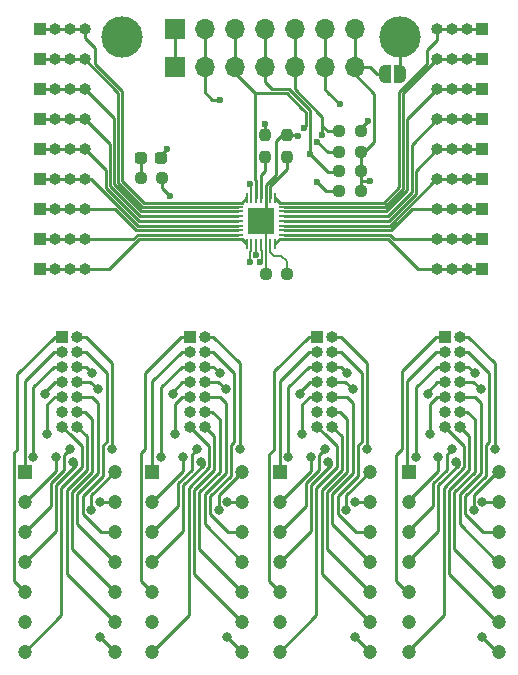
<source format=gbr>
%TF.GenerationSoftware,KiCad,Pcbnew,(6.0.10)*%
%TF.CreationDate,2023-01-31T16:55:14+01:00*%
%TF.ProjectId,LTP-305_dev_board,4c54502d-3330-4355-9f64-65765f626f61,rev?*%
%TF.SameCoordinates,Original*%
%TF.FileFunction,Copper,L1,Top*%
%TF.FilePolarity,Positive*%
%FSLAX46Y46*%
G04 Gerber Fmt 4.6, Leading zero omitted, Abs format (unit mm)*
G04 Created by KiCad (PCBNEW (6.0.10)) date 2023-01-31 16:55:14*
%MOMM*%
%LPD*%
G01*
G04 APERTURE LIST*
G04 Aperture macros list*
%AMRoundRect*
0 Rectangle with rounded corners*
0 $1 Rounding radius*
0 $2 $3 $4 $5 $6 $7 $8 $9 X,Y pos of 4 corners*
0 Add a 4 corners polygon primitive as box body*
4,1,4,$2,$3,$4,$5,$6,$7,$8,$9,$2,$3,0*
0 Add four circle primitives for the rounded corners*
1,1,$1+$1,$2,$3*
1,1,$1+$1,$4,$5*
1,1,$1+$1,$6,$7*
1,1,$1+$1,$8,$9*
0 Add four rect primitives between the rounded corners*
20,1,$1+$1,$2,$3,$4,$5,0*
20,1,$1+$1,$4,$5,$6,$7,0*
20,1,$1+$1,$6,$7,$8,$9,0*
20,1,$1+$1,$8,$9,$2,$3,0*%
%AMFreePoly0*
4,1,22,0.500000,-0.750000,0.000000,-0.750000,0.000000,-0.745033,-0.079941,-0.743568,-0.215256,-0.701293,-0.333266,-0.622738,-0.424486,-0.514219,-0.481581,-0.384460,-0.499164,-0.250000,-0.500000,-0.250000,-0.500000,0.250000,-0.499164,0.250000,-0.499963,0.256109,-0.478152,0.396186,-0.417904,0.524511,-0.324060,0.630769,-0.204165,0.706417,-0.067858,0.745374,0.000000,0.744959,0.000000,0.750000,
0.500000,0.750000,0.500000,-0.750000,0.500000,-0.750000,$1*%
%AMFreePoly1*
4,1,20,0.000000,0.744959,0.073905,0.744508,0.209726,0.703889,0.328688,0.626782,0.421226,0.519385,0.479903,0.390333,0.500000,0.250000,0.500000,-0.250000,0.499851,-0.262216,0.476331,-0.402017,0.414519,-0.529596,0.319384,-0.634700,0.198574,-0.708877,0.061801,-0.746166,0.000000,-0.745033,0.000000,-0.750000,-0.500000,-0.750000,-0.500000,0.750000,0.000000,0.750000,0.000000,0.744959,
0.000000,0.744959,$1*%
G04 Aperture macros list end*
%TA.AperFunction,ComponentPad*%
%ADD10R,1.200000X1.200000*%
%TD*%
%TA.AperFunction,ComponentPad*%
%ADD11C,1.200000*%
%TD*%
%TA.AperFunction,SMDPad,CuDef*%
%ADD12RoundRect,0.237500X0.250000X0.237500X-0.250000X0.237500X-0.250000X-0.237500X0.250000X-0.237500X0*%
%TD*%
%TA.AperFunction,ComponentPad*%
%ADD13R,1.700000X1.700000*%
%TD*%
%TA.AperFunction,ComponentPad*%
%ADD14O,1.700000X1.700000*%
%TD*%
%TA.AperFunction,ComponentPad*%
%ADD15R,1.000000X1.000000*%
%TD*%
%TA.AperFunction,ComponentPad*%
%ADD16O,1.000000X1.000000*%
%TD*%
%TA.AperFunction,ComponentPad*%
%ADD17C,3.500000*%
%TD*%
%TA.AperFunction,SMDPad,CuDef*%
%ADD18RoundRect,0.237500X-0.250000X-0.237500X0.250000X-0.237500X0.250000X0.237500X-0.250000X0.237500X0*%
%TD*%
%TA.AperFunction,SMDPad,CuDef*%
%ADD19RoundRect,0.237500X0.237500X-0.250000X0.237500X0.250000X-0.237500X0.250000X-0.237500X-0.250000X0*%
%TD*%
%TA.AperFunction,SMDPad,CuDef*%
%ADD20FreePoly0,0.000000*%
%TD*%
%TA.AperFunction,SMDPad,CuDef*%
%ADD21FreePoly1,0.000000*%
%TD*%
%TA.AperFunction,SMDPad,CuDef*%
%ADD22RoundRect,0.050000X0.050000X-0.362500X0.050000X0.362500X-0.050000X0.362500X-0.050000X-0.362500X0*%
%TD*%
%TA.AperFunction,SMDPad,CuDef*%
%ADD23RoundRect,0.050000X0.362500X-0.050000X0.362500X0.050000X-0.362500X0.050000X-0.362500X-0.050000X0*%
%TD*%
%TA.AperFunction,SMDPad,CuDef*%
%ADD24R,2.300000X2.300000*%
%TD*%
%TA.AperFunction,SMDPad,CuDef*%
%ADD25RoundRect,0.237500X0.287500X0.237500X-0.287500X0.237500X-0.287500X-0.237500X0.287500X-0.237500X0*%
%TD*%
%TA.AperFunction,ViaPad*%
%ADD26C,0.600000*%
%TD*%
%TA.AperFunction,ViaPad*%
%ADD27C,0.800000*%
%TD*%
%TA.AperFunction,Conductor*%
%ADD28C,0.250000*%
%TD*%
%TA.AperFunction,Conductor*%
%ADD29C,0.160000*%
%TD*%
G04 APERTURE END LIST*
D10*
%TO.P,DS4,1,ANODE_COLUMN_2*%
%TO.N,Net-(DS4-Pad1)*%
X161417000Y-83820000D03*
D11*
%TO.P,DS4,2,CATHODE_ROW_1*%
%TO.N,Net-(DS4-Pad2)*%
X161417000Y-86360000D03*
%TO.P,DS4,3,CATHODE_ROW_3*%
%TO.N,Net-(DS4-Pad3)*%
X161417000Y-88900000D03*
%TO.P,DS4,4,CATHODE_ROW_4*%
%TO.N,Net-(DS4-Pad4)*%
X161417000Y-91440000D03*
%TO.P,DS4,5,ANODE_COLUMN_1*%
%TO.N,Net-(DS4-Pad5)*%
X161417000Y-93980000D03*
%TO.P,DS4,6,NO_PIN*%
%TO.N,unconnected-(DS4-Pad6)*%
X161417000Y-96520000D03*
%TO.P,DS4,7,ANODE_DECIMAL_POINT*%
%TO.N,Net-(DS4-Pad7)*%
X161417000Y-99060000D03*
%TO.P,DS4,8,ANODE_COLUMN_3*%
%TO.N,Net-(DS4-Pad8)*%
X169037000Y-99060000D03*
%TO.P,DS4,9,CATHODE_ROW_7*%
%TO.N,Net-(DS4-Pad9)*%
X169037000Y-96520000D03*
%TO.P,DS4,10,CATHODE_ROW_6*%
%TO.N,Net-(DS4-Pad10)*%
X169037000Y-93980000D03*
%TO.P,DS4,11,CATHODE__ROW_5*%
%TO.N,Net-(DS4-Pad11)*%
X169037000Y-91440000D03*
%TO.P,DS4,12,CAATHODE_ROW_2*%
%TO.N,Net-(DS4-Pad12)*%
X169037000Y-88900000D03*
%TO.P,DS4,13,ANODE_COLUMN_5*%
%TO.N,Net-(DS4-Pad13)*%
X169037000Y-86360000D03*
%TO.P,DS4,14,ANODE_COLUMN_4*%
%TO.N,Net-(DS4-Pad14)*%
X169037000Y-83820000D03*
%TD*%
D10*
%TO.P,DS3,1,ANODE_COLUMN_2*%
%TO.N,Net-(DS3-Pad1)*%
X150495000Y-83820000D03*
D11*
%TO.P,DS3,2,CATHODE_ROW_1*%
%TO.N,Net-(DS3-Pad2)*%
X150495000Y-86360000D03*
%TO.P,DS3,3,CATHODE_ROW_3*%
%TO.N,Net-(DS3-Pad3)*%
X150495000Y-88900000D03*
%TO.P,DS3,4,CATHODE_ROW_4*%
%TO.N,Net-(DS3-Pad4)*%
X150495000Y-91440000D03*
%TO.P,DS3,5,ANODE_COLUMN_1*%
%TO.N,Net-(DS3-Pad5)*%
X150495000Y-93980000D03*
%TO.P,DS3,6,NO_PIN*%
%TO.N,unconnected-(DS3-Pad6)*%
X150495000Y-96520000D03*
%TO.P,DS3,7,ANODE_DECIMAL_POINT*%
%TO.N,Net-(DS3-Pad7)*%
X150495000Y-99060000D03*
%TO.P,DS3,8,ANODE_COLUMN_3*%
%TO.N,Net-(DS3-Pad8)*%
X158115000Y-99060000D03*
%TO.P,DS3,9,CATHODE_ROW_7*%
%TO.N,Net-(DS3-Pad9)*%
X158115000Y-96520000D03*
%TO.P,DS3,10,CATHODE_ROW_6*%
%TO.N,Net-(DS3-Pad10)*%
X158115000Y-93980000D03*
%TO.P,DS3,11,CATHODE__ROW_5*%
%TO.N,Net-(DS3-Pad11)*%
X158115000Y-91440000D03*
%TO.P,DS3,12,CAATHODE_ROW_2*%
%TO.N,Net-(DS3-Pad12)*%
X158115000Y-88900000D03*
%TO.P,DS3,13,ANODE_COLUMN_5*%
%TO.N,Net-(DS3-Pad13)*%
X158115000Y-86360000D03*
%TO.P,DS3,14,ANODE_COLUMN_4*%
%TO.N,Net-(DS3-Pad14)*%
X158115000Y-83820000D03*
%TD*%
D10*
%TO.P,DS2,1,ANODE_COLUMN_2*%
%TO.N,Net-(DS2-Pad1)*%
X139700000Y-83820000D03*
D11*
%TO.P,DS2,2,CATHODE_ROW_1*%
%TO.N,Net-(DS2-Pad2)*%
X139700000Y-86360000D03*
%TO.P,DS2,3,CATHODE_ROW_3*%
%TO.N,Net-(DS2-Pad3)*%
X139700000Y-88900000D03*
%TO.P,DS2,4,CATHODE_ROW_4*%
%TO.N,Net-(DS2-Pad4)*%
X139700000Y-91440000D03*
%TO.P,DS2,5,ANODE_COLUMN_1*%
%TO.N,Net-(DS2-Pad5)*%
X139700000Y-93980000D03*
%TO.P,DS2,6,NO_PIN*%
%TO.N,unconnected-(DS2-Pad6)*%
X139700000Y-96520000D03*
%TO.P,DS2,7,ANODE_DECIMAL_POINT*%
%TO.N,Net-(DS2-Pad7)*%
X139700000Y-99060000D03*
%TO.P,DS2,8,ANODE_COLUMN_3*%
%TO.N,Net-(DS2-Pad8)*%
X147320000Y-99060000D03*
%TO.P,DS2,9,CATHODE_ROW_7*%
%TO.N,Net-(DS2-Pad9)*%
X147320000Y-96520000D03*
%TO.P,DS2,10,CATHODE_ROW_6*%
%TO.N,Net-(DS2-Pad10)*%
X147320000Y-93980000D03*
%TO.P,DS2,11,CATHODE__ROW_5*%
%TO.N,Net-(DS2-Pad11)*%
X147320000Y-91440000D03*
%TO.P,DS2,12,CAATHODE_ROW_2*%
%TO.N,Net-(DS2-Pad12)*%
X147320000Y-88900000D03*
%TO.P,DS2,13,ANODE_COLUMN_5*%
%TO.N,Net-(DS2-Pad13)*%
X147320000Y-86360000D03*
%TO.P,DS2,14,ANODE_COLUMN_4*%
%TO.N,Net-(DS2-Pad14)*%
X147320000Y-83820000D03*
%TD*%
D10*
%TO.P,DS1,1,ANODE_COLUMN_2*%
%TO.N,Net-(DS1-Pad1)*%
X128905000Y-83820000D03*
D11*
%TO.P,DS1,2,CATHODE_ROW_1*%
%TO.N,Net-(DS1-Pad2)*%
X128905000Y-86360000D03*
%TO.P,DS1,3,CATHODE_ROW_3*%
%TO.N,Net-(DS1-Pad3)*%
X128905000Y-88900000D03*
%TO.P,DS1,4,CATHODE_ROW_4*%
%TO.N,Net-(DS1-Pad4)*%
X128905000Y-91440000D03*
%TO.P,DS1,5,ANODE_COLUMN_1*%
%TO.N,Net-(DS1-Pad5)*%
X128905000Y-93980000D03*
%TO.P,DS1,6,NO_PIN*%
%TO.N,unconnected-(DS1-Pad6)*%
X128905000Y-96520000D03*
%TO.P,DS1,7,ANODE_DECIMAL_POINT*%
%TO.N,Net-(DS1-Pad7)*%
X128905000Y-99060000D03*
%TO.P,DS1,8,ANODE_COLUMN_3*%
%TO.N,Net-(DS1-Pad8)*%
X136525000Y-99060000D03*
%TO.P,DS1,9,CATHODE_ROW_7*%
%TO.N,Net-(DS1-Pad9)*%
X136525000Y-96520000D03*
%TO.P,DS1,10,CATHODE_ROW_6*%
%TO.N,Net-(DS1-Pad10)*%
X136525000Y-93980000D03*
%TO.P,DS1,11,CATHODE__ROW_5*%
%TO.N,Net-(DS1-Pad11)*%
X136525000Y-91440000D03*
%TO.P,DS1,12,CAATHODE_ROW_2*%
%TO.N,Net-(DS1-Pad12)*%
X136525000Y-88900000D03*
%TO.P,DS1,13,ANODE_COLUMN_5*%
%TO.N,Net-(DS1-Pad13)*%
X136525000Y-86360000D03*
%TO.P,DS1,14,ANODE_COLUMN_4*%
%TO.N,Net-(DS1-Pad14)*%
X136525000Y-83820000D03*
%TD*%
D12*
%TO.P,R4,1*%
%TO.N,VDD*%
X157376500Y-60071000D03*
%TO.P,R4,2*%
%TO.N,INTB*%
X155551500Y-60071000D03*
%TD*%
D13*
%TO.P,J6,1,Pin_1*%
%TO.N,GND*%
X141587500Y-49575000D03*
D14*
%TO.P,J6,2,Pin_2*%
%TO.N,AUDIO*%
X144127500Y-49575000D03*
%TO.P,J6,3,Pin_3*%
%TO.N,SDA*%
X146667500Y-49575000D03*
%TO.P,J6,4,Pin_4*%
%TO.N,SCL*%
X149207500Y-49575000D03*
%TO.P,J6,5,Pin_5*%
%TO.N,SDB*%
X151747500Y-49575000D03*
%TO.P,J6,6,Pin_6*%
%TO.N,INTB*%
X154287500Y-49575000D03*
%TO.P,J6,7,Pin_7*%
%TO.N,VDD*%
X156827500Y-49575000D03*
%TD*%
D15*
%TO.P,CB3,1,Pin_1*%
%TO.N,CB3*%
X167640000Y-61595000D03*
D16*
%TO.P,CB3,2,Pin_2*%
X166370000Y-61595000D03*
%TO.P,CB3,3,Pin_3*%
X165100000Y-61595000D03*
%TO.P,CB3,4,Pin_4*%
X163830000Y-61595000D03*
%TD*%
%TO.P,J3,14,Pin_14*%
%TO.N,Net-(DS3-Pad2)*%
X154950000Y-72375000D03*
%TO.P,J3,13,Pin_13*%
%TO.N,Net-(DS3-Pad12)*%
X154950000Y-73645000D03*
%TO.P,J3,12,Pin_12*%
%TO.N,Net-(DS3-Pad3)*%
X154950000Y-74915000D03*
%TO.P,J3,11,Pin_11*%
%TO.N,Net-(DS3-Pad4)*%
X154950000Y-76185000D03*
%TO.P,J3,10,Pin_10*%
%TO.N,Net-(DS3-Pad11)*%
X154950000Y-77455000D03*
%TO.P,J3,9,Pin_9*%
%TO.N,Net-(DS3-Pad10)*%
X154950000Y-78725000D03*
%TO.P,J3,8,Pin_8*%
%TO.N,Net-(DS3-Pad9)*%
X154950000Y-79995000D03*
%TO.P,J3,7,Pin_7*%
%TO.N,Net-(DS3-Pad7)*%
X153680000Y-79995000D03*
%TO.P,J3,6,Pin_6*%
%TO.N,unconnected-(J3-Pad6)*%
X153680000Y-78725000D03*
%TO.P,J3,5,Pin_5*%
%TO.N,Net-(DS3-Pad13)*%
X153680000Y-77455000D03*
%TO.P,J3,4,Pin_4*%
%TO.N,Net-(DS3-Pad14)*%
X153680000Y-76185000D03*
%TO.P,J3,3,Pin_3*%
%TO.N,Net-(DS3-Pad8)*%
X153680000Y-74915000D03*
%TO.P,J3,2,Pin_2*%
%TO.N,Net-(DS3-Pad1)*%
X153680000Y-73645000D03*
D15*
%TO.P,J3,1,Pin_1*%
%TO.N,Net-(DS3-Pad5)*%
X153680000Y-72375000D03*
%TD*%
%TO.P,CB9,1,Pin_1*%
%TO.N,CB9*%
X167640000Y-46355000D03*
D16*
%TO.P,CB9,2,Pin_2*%
X166370000Y-46355000D03*
%TO.P,CB9,3,Pin_3*%
X165100000Y-46355000D03*
%TO.P,CB9,4,Pin_4*%
X163830000Y-46355000D03*
%TD*%
D15*
%TO.P,CA4,1,Pin_1*%
%TO.N,CA4*%
X130175000Y-53975000D03*
D16*
%TO.P,CA4,2,Pin_2*%
X131445000Y-53975000D03*
%TO.P,CA4,3,Pin_3*%
X132715000Y-53975000D03*
%TO.P,CA4,4,Pin_4*%
X133985000Y-53975000D03*
%TD*%
D17*
%TO.P,,1*%
%TO.N,VDD*%
X160655000Y-46990000D03*
%TD*%
D16*
%TO.P,J2,14,Pin_14*%
%TO.N,Net-(DS2-Pad2)*%
X144155000Y-72375000D03*
%TO.P,J2,13,Pin_13*%
%TO.N,Net-(DS2-Pad12)*%
X144155000Y-73645000D03*
%TO.P,J2,12,Pin_12*%
%TO.N,Net-(DS2-Pad3)*%
X144155000Y-74915000D03*
%TO.P,J2,11,Pin_11*%
%TO.N,Net-(DS2-Pad4)*%
X144155000Y-76185000D03*
%TO.P,J2,10,Pin_10*%
%TO.N,Net-(DS2-Pad11)*%
X144155000Y-77455000D03*
%TO.P,J2,9,Pin_9*%
%TO.N,Net-(DS2-Pad10)*%
X144155000Y-78725000D03*
%TO.P,J2,8,Pin_8*%
%TO.N,Net-(DS2-Pad9)*%
X144155000Y-79995000D03*
%TO.P,J2,7,Pin_7*%
%TO.N,Net-(DS2-Pad7)*%
X142885000Y-79995000D03*
%TO.P,J2,6,Pin_6*%
%TO.N,unconnected-(J2-Pad6)*%
X142885000Y-78725000D03*
%TO.P,J2,5,Pin_5*%
%TO.N,Net-(DS2-Pad13)*%
X142885000Y-77455000D03*
%TO.P,J2,4,Pin_4*%
%TO.N,Net-(DS2-Pad14)*%
X142885000Y-76185000D03*
%TO.P,J2,3,Pin_3*%
%TO.N,Net-(DS2-Pad8)*%
X142885000Y-74915000D03*
%TO.P,J2,2,Pin_2*%
%TO.N,Net-(DS2-Pad1)*%
X142885000Y-73645000D03*
D15*
%TO.P,J2,1,Pin_1*%
%TO.N,Net-(DS2-Pad5)*%
X142885000Y-72375000D03*
%TD*%
%TO.P,CA3,1,Pin_1*%
%TO.N,CA3*%
X130175000Y-51435000D03*
D16*
%TO.P,CA3,2,Pin_2*%
X131445000Y-51435000D03*
%TO.P,CA3,3,Pin_3*%
X132715000Y-51435000D03*
%TO.P,CA3,4,Pin_4*%
X133985000Y-51435000D03*
%TD*%
D15*
%TO.P,CA1,1,Pin_1*%
%TO.N,CA1*%
X130175000Y-46355000D03*
D16*
%TO.P,CA1,2,Pin_2*%
X131445000Y-46355000D03*
%TO.P,CA1,3,Pin_3*%
X132715000Y-46355000D03*
%TO.P,CA1,4,Pin_4*%
X133985000Y-46355000D03*
%TD*%
D12*
%TO.P,R6,1*%
%TO.N,VDD*%
X140555000Y-58928000D03*
%TO.P,R6,2*%
%TO.N,Net-(R6-Pad2)*%
X138730000Y-58928000D03*
%TD*%
D15*
%TO.P,CB4,1,Pin_1*%
%TO.N,CB4*%
X167640000Y-59055000D03*
D16*
%TO.P,CB4,2,Pin_2*%
X166370000Y-59055000D03*
%TO.P,CB4,3,Pin_3*%
X165100000Y-59055000D03*
%TO.P,CB4,4,Pin_4*%
X163830000Y-59055000D03*
%TD*%
D15*
%TO.P,CA5,1,Pin_1*%
%TO.N,CA5*%
X130175000Y-56515000D03*
D16*
%TO.P,CA5,2,Pin_2*%
X131445000Y-56515000D03*
%TO.P,CA5,3,Pin_3*%
X132715000Y-56515000D03*
%TO.P,CA5,4,Pin_4*%
X133985000Y-56515000D03*
%TD*%
D15*
%TO.P,J1,1,Pin_1*%
%TO.N,Net-(DS1-Pad5)*%
X132090000Y-72375000D03*
D16*
%TO.P,J1,2,Pin_2*%
%TO.N,Net-(DS1-Pad1)*%
X132090000Y-73645000D03*
%TO.P,J1,3,Pin_3*%
%TO.N,Net-(DS1-Pad8)*%
X132090000Y-74915000D03*
%TO.P,J1,4,Pin_4*%
%TO.N,Net-(DS1-Pad14)*%
X132090000Y-76185000D03*
%TO.P,J1,5,Pin_5*%
%TO.N,Net-(DS1-Pad13)*%
X132090000Y-77455000D03*
%TO.P,J1,6,Pin_6*%
%TO.N,unconnected-(J1-Pad6)*%
X132090000Y-78725000D03*
%TO.P,J1,7,Pin_7*%
%TO.N,Net-(DS1-Pad7)*%
X132090000Y-79995000D03*
%TO.P,J1,8,Pin_8*%
%TO.N,Net-(DS1-Pad9)*%
X133360000Y-79995000D03*
%TO.P,J1,9,Pin_9*%
%TO.N,Net-(DS1-Pad10)*%
X133360000Y-78725000D03*
%TO.P,J1,10,Pin_10*%
%TO.N,Net-(DS1-Pad11)*%
X133360000Y-77455000D03*
%TO.P,J1,11,Pin_11*%
%TO.N,Net-(DS1-Pad4)*%
X133360000Y-76185000D03*
%TO.P,J1,12,Pin_12*%
%TO.N,Net-(DS1-Pad3)*%
X133360000Y-74915000D03*
%TO.P,J1,13,Pin_13*%
%TO.N,Net-(DS1-Pad12)*%
X133360000Y-73645000D03*
%TO.P,J1,14,Pin_14*%
%TO.N,Net-(DS1-Pad2)*%
X133360000Y-72375000D03*
%TD*%
D15*
%TO.P,CB1,1,Pin_1*%
%TO.N,CB1*%
X167640000Y-66675000D03*
D16*
%TO.P,CB1,2,Pin_2*%
X166370000Y-66675000D03*
%TO.P,CB1,3,Pin_3*%
X165100000Y-66675000D03*
%TO.P,CB1,4,Pin_4*%
X163830000Y-66675000D03*
%TD*%
D12*
%TO.P,R2,1*%
%TO.N,VDD*%
X157376500Y-56706000D03*
%TO.P,R2,2*%
%TO.N,SDA*%
X155551500Y-56706000D03*
%TD*%
D15*
%TO.P,CB6,1,Pin_1*%
%TO.N,CB6*%
X167640000Y-53975000D03*
D16*
%TO.P,CB6,2,Pin_2*%
X166370000Y-53975000D03*
%TO.P,CB6,3,Pin_3*%
X165100000Y-53975000D03*
%TO.P,CB6,4,Pin_4*%
X163830000Y-53975000D03*
%TD*%
D15*
%TO.P,CB2,1,Pin_1*%
%TO.N,CB2*%
X167640000Y-64135000D03*
D16*
%TO.P,CB2,2,Pin_2*%
X166370000Y-64135000D03*
%TO.P,CB2,3,Pin_3*%
X165100000Y-64135000D03*
%TO.P,CB2,4,Pin_4*%
X163830000Y-64135000D03*
%TD*%
D12*
%TO.P,R3,1*%
%TO.N,VDD*%
X157376500Y-58388500D03*
%TO.P,R3,2*%
%TO.N,SCL*%
X155551500Y-58388500D03*
%TD*%
D15*
%TO.P,CA6,1,Pin_1*%
%TO.N,CA6*%
X130175000Y-59055000D03*
D16*
%TO.P,CA6,2,Pin_2*%
X131445000Y-59055000D03*
%TO.P,CA6,3,Pin_3*%
X132715000Y-59055000D03*
%TO.P,CA6,4,Pin_4*%
X133985000Y-59055000D03*
%TD*%
D15*
%TO.P,CA7,1,Pin_1*%
%TO.N,CA7*%
X130175000Y-61595000D03*
D16*
%TO.P,CA7,2,Pin_2*%
X131445000Y-61595000D03*
%TO.P,CA7,3,Pin_3*%
X132715000Y-61595000D03*
%TO.P,CA7,4,Pin_4*%
X133985000Y-61595000D03*
%TD*%
D15*
%TO.P,CA8,1,Pin_1*%
%TO.N,CA8*%
X130175000Y-64135000D03*
D16*
%TO.P,CA8,2,Pin_2*%
X131445000Y-64135000D03*
%TO.P,CA8,3,Pin_3*%
X132715000Y-64135000D03*
%TO.P,CA8,4,Pin_4*%
X133985000Y-64135000D03*
%TD*%
D17*
%TO.P,,1*%
%TO.N,GND*%
X137160000Y-46990000D03*
%TD*%
D18*
%TO.P,R1,1*%
%TO.N,SDB*%
X155531500Y-54991000D03*
%TO.P,R1,2*%
%TO.N,GND*%
X157356500Y-54991000D03*
%TD*%
D19*
%TO.P,C1,1*%
%TO.N,Net-(C1-Pad1)*%
X149225000Y-57150000D03*
%TO.P,C1,2*%
%TO.N,AUDIO*%
X149225000Y-55325000D03*
%TD*%
D15*
%TO.P,CB8,1,Pin_1*%
%TO.N,CB8*%
X167640000Y-48895000D03*
D16*
%TO.P,CB8,2,Pin_2*%
X166370000Y-48895000D03*
%TO.P,CB8,3,Pin_3*%
X165100000Y-48895000D03*
%TO.P,CB8,4,Pin_4*%
X163830000Y-48895000D03*
%TD*%
D15*
%TO.P,CB5,1,Pin_1*%
%TO.N,CB5*%
X167640000Y-56515000D03*
D16*
%TO.P,CB5,2,Pin_2*%
X166370000Y-56515000D03*
%TO.P,CB5,3,Pin_3*%
X165100000Y-56515000D03*
%TO.P,CB5,4,Pin_4*%
X163830000Y-56515000D03*
%TD*%
D19*
%TO.P,C2,1*%
%TO.N,Net-(C2-Pad1)*%
X151130000Y-57150000D03*
%TO.P,C2,2*%
%TO.N,GND*%
X151130000Y-55325000D03*
%TD*%
D15*
%TO.P,CA2,1,Pin_1*%
%TO.N,CA2*%
X130175000Y-48895000D03*
D16*
%TO.P,CA2,2,Pin_2*%
X131445000Y-48895000D03*
%TO.P,CA2,3,Pin_3*%
X132715000Y-48895000D03*
%TO.P,CA2,4,Pin_4*%
X133985000Y-48895000D03*
%TD*%
D20*
%TO.P,REF\u002A\u002A,1*%
%TO.N,VDD*%
X159370000Y-50165000D03*
D21*
%TO.P,REF\u002A\u002A,2*%
X160670000Y-50165000D03*
%TD*%
D22*
%TO.P,U1,1,CA9*%
%TO.N,CA9*%
X147700000Y-64507500D03*
%TO.P,U1,2,VCC*%
%TO.N,VDD*%
X148100000Y-64507500D03*
%TO.P,U1,3,~{SDB}*%
%TO.N,SDB*%
X148500000Y-64507500D03*
%TO.P,U1,4,~{INTB}*%
%TO.N,INTB*%
X148900000Y-64507500D03*
%TO.P,U1,5,GND*%
%TO.N,GND*%
X149300000Y-64507500D03*
%TO.P,U1,6,R_EXT*%
%TO.N,Net-(R5-Pad2)*%
X149700000Y-64507500D03*
%TO.P,U1,7,CB1*%
%TO.N,CB1*%
X150100000Y-64507500D03*
D23*
%TO.P,U1,8,CB2*%
%TO.N,CB2*%
X150837500Y-63770000D03*
%TO.P,U1,9,CB3*%
%TO.N,CB3*%
X150837500Y-63370000D03*
%TO.P,U1,10,CB4*%
%TO.N,CB4*%
X150837500Y-62970000D03*
%TO.P,U1,11,CB5*%
%TO.N,CB5*%
X150837500Y-62570000D03*
%TO.P,U1,12,CB6*%
%TO.N,CB6*%
X150837500Y-62170000D03*
%TO.P,U1,13,CB7*%
%TO.N,CB7*%
X150837500Y-61770000D03*
%TO.P,U1,14,CB8*%
%TO.N,CB8*%
X150837500Y-61370000D03*
D22*
%TO.P,U1,15,CB9*%
%TO.N,CB9*%
X150100000Y-60632500D03*
%TO.P,U1,16,C_FILT*%
%TO.N,Net-(C2-Pad1)*%
X149700000Y-60632500D03*
%TO.P,U1,17,IN*%
%TO.N,GND*%
X149300000Y-60632500D03*
%TO.P,U1,18,AD*%
%TO.N,Net-(C1-Pad1)*%
X148900000Y-60632500D03*
%TO.P,U1,19,SDA*%
%TO.N,SDA*%
X148500000Y-60632500D03*
%TO.P,U1,20,SCL*%
%TO.N,SCL*%
X148100000Y-60632500D03*
%TO.P,U1,21,CA1*%
%TO.N,CA1*%
X147700000Y-60632500D03*
D23*
%TO.P,U1,22,CA2*%
%TO.N,CA2*%
X146962500Y-61370000D03*
%TO.P,U1,23,CA3*%
%TO.N,CA3*%
X146962500Y-61770000D03*
%TO.P,U1,24,CA4*%
%TO.N,CA4*%
X146962500Y-62170000D03*
%TO.P,U1,25,CA5*%
%TO.N,CA5*%
X146962500Y-62570000D03*
%TO.P,U1,26,CA6*%
%TO.N,CA6*%
X146962500Y-62970000D03*
%TO.P,U1,27,CA7*%
%TO.N,CA7*%
X146962500Y-63370000D03*
%TO.P,U1,28,CA8*%
%TO.N,CA8*%
X146962500Y-63770000D03*
D24*
%TO.P,U1,29,GND*%
%TO.N,GND*%
X148900000Y-62570000D03*
%TD*%
D15*
%TO.P,J4,1,Pin_1*%
%TO.N,Net-(DS4-Pad5)*%
X164465000Y-72390000D03*
D16*
%TO.P,J4,2,Pin_2*%
%TO.N,Net-(DS4-Pad1)*%
X164465000Y-73660000D03*
%TO.P,J4,3,Pin_3*%
%TO.N,Net-(DS4-Pad8)*%
X164465000Y-74930000D03*
%TO.P,J4,4,Pin_4*%
%TO.N,Net-(DS4-Pad14)*%
X164465000Y-76200000D03*
%TO.P,J4,5,Pin_5*%
%TO.N,Net-(DS4-Pad13)*%
X164465000Y-77470000D03*
%TO.P,J4,6,Pin_6*%
%TO.N,unconnected-(J4-Pad6)*%
X164465000Y-78740000D03*
%TO.P,J4,7,Pin_7*%
%TO.N,Net-(DS4-Pad7)*%
X164465000Y-80010000D03*
%TO.P,J4,8,Pin_8*%
%TO.N,Net-(DS4-Pad9)*%
X165735000Y-80010000D03*
%TO.P,J4,9,Pin_9*%
%TO.N,Net-(DS4-Pad10)*%
X165735000Y-78740000D03*
%TO.P,J4,10,Pin_10*%
%TO.N,Net-(DS4-Pad11)*%
X165735000Y-77470000D03*
%TO.P,J4,11,Pin_11*%
%TO.N,Net-(DS4-Pad4)*%
X165735000Y-76200000D03*
%TO.P,J4,12,Pin_12*%
%TO.N,Net-(DS4-Pad3)*%
X165735000Y-74930000D03*
%TO.P,J4,13,Pin_13*%
%TO.N,Net-(DS4-Pad12)*%
X165735000Y-73660000D03*
%TO.P,J4,14,Pin_14*%
%TO.N,Net-(DS4-Pad2)*%
X165735000Y-72390000D03*
%TD*%
D18*
%TO.P,R5,1*%
%TO.N,GND*%
X149300000Y-67060000D03*
%TO.P,R5,2*%
%TO.N,Net-(R5-Pad2)*%
X151125000Y-67060000D03*
%TD*%
D13*
%TO.P,J5,1,Pin_1*%
%TO.N,GND*%
X141605000Y-46355000D03*
D14*
%TO.P,J5,2,Pin_2*%
%TO.N,AUDIO*%
X144145000Y-46355000D03*
%TO.P,J5,3,Pin_3*%
%TO.N,SDA*%
X146685000Y-46355000D03*
%TO.P,J5,4,Pin_4*%
%TO.N,SCL*%
X149225000Y-46355000D03*
%TO.P,J5,5,Pin_5*%
%TO.N,SDB*%
X151765000Y-46355000D03*
%TO.P,J5,6,Pin_6*%
%TO.N,INTB*%
X154305000Y-46355000D03*
%TO.P,J5,7,Pin_7*%
%TO.N,VDD*%
X156845000Y-46355000D03*
%TD*%
D25*
%TO.P,D1,1,K*%
%TO.N,GND*%
X140480000Y-57277000D03*
%TO.P,D1,2,A*%
%TO.N,Net-(R6-Pad2)*%
X138730000Y-57277000D03*
%TD*%
D15*
%TO.P,CA9,1,Pin_1*%
%TO.N,CA9*%
X130175000Y-66675000D03*
D16*
%TO.P,CA9,2,Pin_2*%
X131445000Y-66675000D03*
%TO.P,CA9,3,Pin_3*%
X132715000Y-66675000D03*
%TO.P,CA9,4,Pin_4*%
X133985000Y-66675000D03*
%TD*%
D15*
%TO.P,CB7,1,Pin_1*%
%TO.N,CB7*%
X167640000Y-51435000D03*
D16*
%TO.P,CB7,2,Pin_2*%
X166370000Y-51435000D03*
%TO.P,CB7,3,Pin_3*%
X165100000Y-51435000D03*
%TO.P,CB7,4,Pin_4*%
X163830000Y-51435000D03*
%TD*%
D26*
%TO.N,GND*%
X140970000Y-56515000D03*
D27*
%TO.N,*%
X163195000Y-80645000D03*
X156138245Y-87084500D03*
X163009482Y-77265918D03*
X145916802Y-76835000D03*
X145435234Y-75480350D03*
X140424500Y-82550000D03*
X167640000Y-97790000D03*
X168681302Y-81915000D03*
X146050000Y-86360000D03*
X153124500Y-82550000D03*
X162014500Y-82550000D03*
X156711802Y-76835000D03*
X156845000Y-97790000D03*
X165380500Y-82986711D03*
X167640000Y-86360000D03*
X152400000Y-80645000D03*
X156845000Y-86360000D03*
X157886302Y-81915000D03*
X167506802Y-76835000D03*
X154305000Y-81915000D03*
X166933245Y-87084500D03*
X146050000Y-97790000D03*
X143510000Y-81915000D03*
X152214482Y-77265918D03*
X141605000Y-80645000D03*
X141419482Y-77265918D03*
X142329500Y-82550000D03*
X156230234Y-75480350D03*
X165100000Y-81915000D03*
X163919500Y-82550000D03*
X143790500Y-82986711D03*
X154585500Y-82986711D03*
X151219500Y-82550000D03*
X147091302Y-81915000D03*
X167025234Y-75480350D03*
X145343245Y-87084500D03*
%TO.N,Net-(DS1-Pad2)*%
X131534500Y-82550000D03*
X136296302Y-81915000D03*
%TO.N,Net-(DS1-Pad3)*%
X134640234Y-75480350D03*
X132715000Y-81915000D03*
%TO.N,Net-(DS1-Pad4)*%
X132995500Y-82986711D03*
X135121802Y-76835000D03*
%TO.N,Net-(DS1-Pad8)*%
X129629500Y-82550000D03*
X135255000Y-97790000D03*
%TO.N,Net-(DS1-Pad13)*%
X135255000Y-86360000D03*
X130810000Y-80645000D03*
%TO.N,Net-(DS1-Pad14)*%
X130624482Y-77265918D03*
X134548245Y-87084500D03*
D26*
%TO.N,AUDIO*%
X149210000Y-54390000D03*
X145415000Y-52324000D03*
%TO.N,GND*%
X149606000Y-63246000D03*
X152019000Y-55372000D03*
X149606000Y-61849000D03*
X148209000Y-63246000D03*
X148209000Y-61849000D03*
X157971500Y-54102000D03*
%TO.N,SDA*%
X152510500Y-54737000D03*
X153670000Y-55880000D03*
%TO.N,SCL*%
X147940000Y-59460000D03*
X153035000Y-56896000D03*
%TO.N,SDB*%
X148522146Y-65457316D03*
X154075500Y-55310025D03*
%TO.N,INTB*%
X155575000Y-52705000D03*
X153670000Y-59309000D03*
X148820500Y-66090000D03*
%TO.N,VDD*%
X141224000Y-60452000D03*
X158115000Y-59182000D03*
X147980000Y-66080000D03*
%TD*%
D28*
%TO.N,GND*%
X140480000Y-57005000D02*
X140970000Y-56515000D01*
X140480000Y-57277000D02*
X140480000Y-57005000D01*
%TO.N,Net-(R6-Pad2)*%
X138730000Y-57277000D02*
X138730000Y-58928000D01*
%TO.N,Net-(DS1-Pad1)*%
X131382894Y-73645000D02*
X128905000Y-76122894D01*
X128905000Y-76122894D02*
X128905000Y-83820000D01*
X132090000Y-73645000D02*
X131382894Y-73645000D01*
%TO.N,Net-(DS1-Pad2)*%
X134067106Y-72375000D02*
X136296302Y-74604196D01*
X128905000Y-86360000D02*
X128905000Y-86348832D01*
X136296302Y-74604196D02*
X136296302Y-81915000D01*
X131534500Y-83719332D02*
X131534500Y-82550000D01*
X133360000Y-72375000D02*
X134067106Y-72375000D01*
X128905000Y-86348832D02*
X131534500Y-83719332D01*
%TO.N,Net-(DS1-Pad3)*%
X131100000Y-86705000D02*
X128905000Y-88900000D01*
X133360000Y-74915000D02*
X134074884Y-74915000D01*
X134074884Y-74915000D02*
X134640234Y-75480350D01*
X132715000Y-81915000D02*
X132259500Y-82370500D01*
X131100000Y-84790228D02*
X131100000Y-86705000D01*
X132259500Y-82370500D02*
X132259500Y-83630728D01*
X132259500Y-83630728D02*
X131100000Y-84790228D01*
%TO.N,Net-(DS1-Pad4)*%
X132995500Y-82986711D02*
X133151711Y-82986711D01*
X133151711Y-82986711D02*
X133270000Y-83105000D01*
X133270000Y-83256624D02*
X131550000Y-84976624D01*
X131550000Y-88795000D02*
X128905000Y-91440000D01*
X131550000Y-84976624D02*
X131550000Y-88795000D01*
X134471802Y-76185000D02*
X135121802Y-76835000D01*
X133270000Y-83105000D02*
X133270000Y-83256624D01*
X133360000Y-76185000D02*
X134471802Y-76185000D01*
%TO.N,Net-(DS1-Pad5)*%
X127980000Y-82205000D02*
X127980000Y-93055000D01*
X132090000Y-72375000D02*
X131460000Y-72375000D01*
X131460000Y-72375000D02*
X128270000Y-75565000D01*
X128270000Y-75565000D02*
X128270000Y-81915000D01*
X128270000Y-81915000D02*
X127980000Y-82205000D01*
X127980000Y-93055000D02*
X128905000Y-93980000D01*
%TO.N,Net-(DS1-Pad7)*%
X132715000Y-80645000D02*
X133720000Y-81650000D01*
X132090000Y-79995000D02*
X132715000Y-80620000D01*
X132000000Y-95965000D02*
X128905000Y-99060000D01*
X133720000Y-81650000D02*
X133720000Y-83443020D01*
X132000000Y-85163020D02*
X132000000Y-95965000D01*
X133720000Y-83443020D02*
X132000000Y-85163020D01*
X132715000Y-80620000D02*
X132715000Y-80645000D01*
%TO.N,Net-(DS1-Pad8)*%
X131382894Y-74915000D02*
X129629500Y-76668394D01*
X129629500Y-76668394D02*
X129629500Y-82550000D01*
X136525000Y-99060000D02*
X135255000Y-97790000D01*
X132090000Y-74915000D02*
X131382894Y-74915000D01*
%TO.N,Net-(DS1-Pad9)*%
X132450000Y-85349416D02*
X132450000Y-92445000D01*
X134170000Y-83629416D02*
X132450000Y-85349416D01*
X132450000Y-92445000D02*
X136525000Y-96520000D01*
X134170000Y-80805000D02*
X134170000Y-83629416D01*
X133360000Y-79995000D02*
X134170000Y-80805000D01*
X133360000Y-80000000D02*
X133350000Y-80010000D01*
X133360000Y-79995000D02*
X133360000Y-80000000D01*
%TO.N,Net-(DS1-Pad10)*%
X132900000Y-85535812D02*
X134620000Y-83815812D01*
X133970000Y-78725000D02*
X133360000Y-78725000D01*
X134620000Y-79375000D02*
X133970000Y-78725000D01*
X134620000Y-83815812D02*
X134620000Y-79375000D01*
X136525000Y-93980000D02*
X132900000Y-90355000D01*
X132900000Y-90355000D02*
X132900000Y-85535812D01*
%TO.N,Net-(DS1-Pad11)*%
X133350000Y-88265000D02*
X133350000Y-85722208D01*
X135121802Y-83950406D02*
X135121802Y-77971802D01*
X136525000Y-91440000D02*
X133350000Y-88265000D01*
X135121802Y-77971802D02*
X134605000Y-77455000D01*
X133350000Y-85722208D02*
X135121802Y-83950406D01*
X134605000Y-77455000D02*
X133360000Y-77455000D01*
%TO.N,Net-(DS1-Pad12)*%
X135338440Y-88900000D02*
X133823245Y-87384805D01*
X133360000Y-73645000D02*
X134067106Y-73645000D01*
X135571802Y-81554500D02*
X135846302Y-81280000D01*
X133823245Y-87384805D02*
X133823245Y-85885359D01*
X135571802Y-84136802D02*
X135571802Y-81554500D01*
X133823245Y-85885359D02*
X135571802Y-84136802D01*
X136525000Y-88900000D02*
X135338440Y-88900000D01*
X134067106Y-73645000D02*
X135846302Y-75424196D01*
X135846302Y-75424196D02*
X135846302Y-81280000D01*
%TO.N,Net-(DS1-Pad13)*%
X131445000Y-77470000D02*
X130810000Y-78105000D01*
X132090000Y-77455000D02*
X131460000Y-77455000D01*
X131460000Y-77455000D02*
X131445000Y-77470000D01*
X135255000Y-86360000D02*
X136525000Y-86360000D01*
X130810000Y-78105000D02*
X130810000Y-80645000D01*
%TO.N,Net-(DS1-Pad14)*%
X134530000Y-87066255D02*
X134530000Y-85815000D01*
X131445000Y-76200000D02*
X130624482Y-77020518D01*
X134530000Y-85815000D02*
X136525000Y-83820000D01*
X134548245Y-87084500D02*
X134530000Y-87066255D01*
X132090000Y-76185000D02*
X131460000Y-76185000D01*
X130624482Y-77020518D02*
X130624482Y-77265918D01*
X131460000Y-76185000D02*
X131445000Y-76200000D01*
%TO.N,Net-(DS2-Pad1)*%
X139700000Y-76122894D02*
X139700000Y-83820000D01*
X142885000Y-73645000D02*
X142177894Y-73645000D01*
X142177894Y-73645000D02*
X139700000Y-76122894D01*
%TO.N,Net-(DS2-Pad2)*%
X139700000Y-86348832D02*
X142329500Y-83719332D01*
X139700000Y-86360000D02*
X139700000Y-86348832D01*
X144862106Y-72375000D02*
X147091302Y-74604196D01*
X142329500Y-83719332D02*
X142329500Y-82550000D01*
X144155000Y-72375000D02*
X144862106Y-72375000D01*
X147091302Y-74604196D02*
X147091302Y-81915000D01*
%TO.N,Net-(DS2-Pad3)*%
X143510000Y-81915000D02*
X143054500Y-82370500D01*
X143054500Y-83630728D02*
X141895000Y-84790228D01*
X143054500Y-82370500D02*
X143054500Y-83630728D01*
X144869884Y-74915000D02*
X145435234Y-75480350D01*
X141895000Y-86705000D02*
X139700000Y-88900000D01*
X141895000Y-84790228D02*
X141895000Y-86705000D01*
X144155000Y-74915000D02*
X144869884Y-74915000D01*
%TO.N,Net-(DS2-Pad4)*%
X145266802Y-76185000D02*
X145916802Y-76835000D01*
X144155000Y-76185000D02*
X145266802Y-76185000D01*
X142345000Y-88795000D02*
X139700000Y-91440000D01*
X143946711Y-82986711D02*
X144065000Y-83105000D01*
X143790500Y-82986711D02*
X143946711Y-82986711D01*
X142345000Y-84976624D02*
X142345000Y-88795000D01*
X144065000Y-83256624D02*
X142345000Y-84976624D01*
X144065000Y-83105000D02*
X144065000Y-83256624D01*
%TO.N,Net-(DS2-Pad5)*%
X139065000Y-75445000D02*
X139065000Y-81915000D01*
X142135000Y-72375000D02*
X139065000Y-75445000D01*
X138775000Y-82205000D02*
X138775000Y-93055000D01*
X139065000Y-81915000D02*
X138775000Y-82205000D01*
X138775000Y-93055000D02*
X139700000Y-93980000D01*
X142885000Y-72375000D02*
X142135000Y-72375000D01*
%TO.N,Net-(DS2-Pad7)*%
X143510000Y-80620000D02*
X143510000Y-80645000D01*
X142885000Y-79995000D02*
X143510000Y-80620000D01*
X142795000Y-95965000D02*
X139700000Y-99060000D01*
X144515000Y-81650000D02*
X144515000Y-83443020D01*
X142795000Y-85163020D02*
X142795000Y-95965000D01*
X144515000Y-83443020D02*
X142795000Y-85163020D01*
X143510000Y-80645000D02*
X144515000Y-81650000D01*
%TO.N,Net-(DS2-Pad8)*%
X140424500Y-76668394D02*
X140424500Y-82550000D01*
X142885000Y-74915000D02*
X142177894Y-74915000D01*
X147320000Y-99060000D02*
X146050000Y-97790000D01*
X142177894Y-74915000D02*
X140424500Y-76668394D01*
%TO.N,Net-(DS2-Pad9)*%
X144965000Y-83629416D02*
X143245000Y-85349416D01*
X144155000Y-79995000D02*
X144965000Y-80805000D01*
X144155000Y-80000000D02*
X144145000Y-80010000D01*
X143245000Y-92445000D02*
X147320000Y-96520000D01*
X144155000Y-79995000D02*
X144155000Y-80000000D01*
X143245000Y-85349416D02*
X143245000Y-92445000D01*
X144965000Y-80805000D02*
X144965000Y-83629416D01*
%TO.N,Net-(DS2-Pad10)*%
X143695000Y-90355000D02*
X143695000Y-85535812D01*
X145415000Y-79375000D02*
X144765000Y-78725000D01*
X143695000Y-85535812D02*
X145415000Y-83815812D01*
X147320000Y-93980000D02*
X143695000Y-90355000D01*
X145415000Y-83815812D02*
X145415000Y-79375000D01*
X144765000Y-78725000D02*
X144155000Y-78725000D01*
%TO.N,Net-(DS2-Pad11)*%
X145916802Y-77971802D02*
X145400000Y-77455000D01*
X144145000Y-85722208D02*
X145916802Y-83950406D01*
X144145000Y-88265000D02*
X144145000Y-85722208D01*
X145400000Y-77455000D02*
X144155000Y-77455000D01*
X145916802Y-83950406D02*
X145916802Y-77971802D01*
X147320000Y-91440000D02*
X144145000Y-88265000D01*
%TO.N,Net-(DS2-Pad12)*%
X147320000Y-88900000D02*
X146133440Y-88900000D01*
X144155000Y-73645000D02*
X144862106Y-73645000D01*
X146366802Y-84136802D02*
X146366802Y-81554500D01*
X144618245Y-87384805D02*
X144618245Y-85885359D01*
X144618245Y-85885359D02*
X146366802Y-84136802D01*
X144862106Y-73645000D02*
X146641302Y-75424196D01*
X146641302Y-75424196D02*
X146641302Y-81280000D01*
X146641302Y-81280000D02*
X146366802Y-81554500D01*
X146133440Y-88900000D02*
X144618245Y-87384805D01*
%TO.N,Net-(DS2-Pad13)*%
X142255000Y-77455000D02*
X142240000Y-77470000D01*
X146050000Y-86360000D02*
X147320000Y-86360000D01*
X141605000Y-78105000D02*
X141605000Y-80645000D01*
X142240000Y-77470000D02*
X141605000Y-78105000D01*
X142885000Y-77455000D02*
X142255000Y-77455000D01*
%TO.N,Net-(DS2-Pad14)*%
X145343245Y-87084500D02*
X145325000Y-87066255D01*
X145325000Y-87066255D02*
X145325000Y-85815000D01*
X142240000Y-76200000D02*
X141419482Y-77020518D01*
X145325000Y-85815000D02*
X147320000Y-83820000D01*
X142255000Y-76185000D02*
X142240000Y-76200000D01*
X142885000Y-76185000D02*
X142255000Y-76185000D01*
X141419482Y-77020518D02*
X141419482Y-77265918D01*
%TO.N,Net-(DS3-Pad1)*%
X153680000Y-73645000D02*
X152972894Y-73645000D01*
X150495000Y-76122894D02*
X150495000Y-83820000D01*
X152972894Y-73645000D02*
X150495000Y-76122894D01*
%TO.N,Net-(DS3-Pad2)*%
X150495000Y-86360000D02*
X150495000Y-86348832D01*
X154950000Y-72375000D02*
X155657106Y-72375000D01*
X153124500Y-83719332D02*
X153124500Y-82550000D01*
X155657106Y-72375000D02*
X157886302Y-74604196D01*
X157886302Y-74604196D02*
X157886302Y-81915000D01*
X150495000Y-86348832D02*
X153124500Y-83719332D01*
%TO.N,Net-(DS3-Pad3)*%
X154305000Y-81915000D02*
X153849500Y-82370500D01*
X152690000Y-84790228D02*
X152690000Y-86705000D01*
X154950000Y-74915000D02*
X155664884Y-74915000D01*
X155664884Y-74915000D02*
X156230234Y-75480350D01*
X153849500Y-82370500D02*
X153849500Y-83630728D01*
X152690000Y-86705000D02*
X150495000Y-88900000D01*
X153849500Y-83630728D02*
X152690000Y-84790228D01*
%TO.N,Net-(DS3-Pad4)*%
X154950000Y-76185000D02*
X156061802Y-76185000D01*
X153140000Y-84976624D02*
X153140000Y-88795000D01*
X153140000Y-88795000D02*
X150495000Y-91440000D01*
X154741711Y-82986711D02*
X154860000Y-83105000D01*
X154585500Y-82986711D02*
X154741711Y-82986711D01*
X154860000Y-83256624D02*
X153140000Y-84976624D01*
X154860000Y-83105000D02*
X154860000Y-83256624D01*
X156061802Y-76185000D02*
X156711802Y-76835000D01*
%TO.N,Net-(DS3-Pad5)*%
X149570000Y-93055000D02*
X150495000Y-93980000D01*
X150045000Y-81915000D02*
X149570000Y-82390000D01*
X153680000Y-72375000D02*
X152930000Y-72375000D01*
X150045000Y-75260000D02*
X150045000Y-81915000D01*
X149570000Y-82390000D02*
X149570000Y-93055000D01*
X152930000Y-72375000D02*
X150045000Y-75260000D01*
%TO.N,Net-(DS3-Pad7)*%
X155310000Y-83443020D02*
X153590000Y-85163020D01*
X153590000Y-95965000D02*
X150495000Y-99060000D01*
X155310000Y-81650000D02*
X155310000Y-83443020D01*
X154305000Y-80645000D02*
X155310000Y-81650000D01*
X154305000Y-80620000D02*
X154305000Y-80645000D01*
X153590000Y-85163020D02*
X153590000Y-95965000D01*
X153680000Y-79995000D02*
X154305000Y-80620000D01*
%TO.N,Net-(DS3-Pad8)*%
X153680000Y-74915000D02*
X152972894Y-74915000D01*
X151219500Y-76668394D02*
X151219500Y-82550000D01*
X152972894Y-74915000D02*
X151219500Y-76668394D01*
X158115000Y-99060000D02*
X156845000Y-97790000D01*
%TO.N,Net-(DS3-Pad9)*%
X154950000Y-79995000D02*
X155760000Y-80805000D01*
X154950000Y-80000000D02*
X154940000Y-80010000D01*
X155760000Y-83629416D02*
X154040000Y-85349416D01*
X154950000Y-79995000D02*
X154950000Y-80000000D01*
X155760000Y-80805000D02*
X155760000Y-83629416D01*
X154040000Y-85349416D02*
X154040000Y-92445000D01*
X154040000Y-92445000D02*
X158115000Y-96520000D01*
%TO.N,Net-(DS3-Pad10)*%
X155560000Y-78725000D02*
X154950000Y-78725000D01*
X158115000Y-93980000D02*
X154490000Y-90355000D01*
X154490000Y-85535812D02*
X156210000Y-83815812D01*
X156210000Y-79375000D02*
X155560000Y-78725000D01*
X154490000Y-90355000D02*
X154490000Y-85535812D01*
X156210000Y-83815812D02*
X156210000Y-79375000D01*
%TO.N,Net-(DS3-Pad11)*%
X154940000Y-85722208D02*
X156711802Y-83950406D01*
X158115000Y-91440000D02*
X154940000Y-88265000D01*
X156195000Y-77455000D02*
X154950000Y-77455000D01*
X156711802Y-77971802D02*
X156195000Y-77455000D01*
X156711802Y-83950406D02*
X156711802Y-77971802D01*
X154940000Y-88265000D02*
X154940000Y-85722208D01*
%TO.N,Net-(DS3-Pad12)*%
X155413245Y-87384805D02*
X155413245Y-85885359D01*
X157436302Y-75424196D02*
X157436302Y-81280000D01*
X157161802Y-81554500D02*
X157436302Y-81280000D01*
X157161802Y-84136802D02*
X157161802Y-81554500D01*
X155657106Y-73645000D02*
X157436302Y-75424196D01*
X156928440Y-88900000D02*
X155413245Y-87384805D01*
X155413245Y-85885359D02*
X157161802Y-84136802D01*
X158115000Y-88900000D02*
X156928440Y-88900000D01*
X154950000Y-73645000D02*
X155657106Y-73645000D01*
%TO.N,Net-(DS3-Pad13)*%
X153680000Y-77455000D02*
X153050000Y-77455000D01*
X153050000Y-77455000D02*
X153035000Y-77470000D01*
X156845000Y-86360000D02*
X158115000Y-86360000D01*
X153035000Y-77470000D02*
X152400000Y-78105000D01*
X152400000Y-78105000D02*
X152400000Y-80645000D01*
%TO.N,Net-(DS3-Pad14)*%
X156120000Y-85815000D02*
X158115000Y-83820000D01*
X153050000Y-76185000D02*
X153035000Y-76200000D01*
X156138245Y-87084500D02*
X156120000Y-87066255D01*
X153680000Y-76185000D02*
X153050000Y-76185000D01*
X153035000Y-76200000D02*
X152214482Y-77020518D01*
X152214482Y-77020518D02*
X152214482Y-77265918D01*
X156120000Y-87066255D02*
X156120000Y-85815000D01*
%TO.N,Net-(DS4-Pad1)*%
X161290000Y-76127894D02*
X161290000Y-83820000D01*
X163757894Y-73660000D02*
X161290000Y-76127894D01*
X164465000Y-73660000D02*
X163757894Y-73660000D01*
%TO.N,Net-(DS4-Pad2)*%
X163919500Y-83719332D02*
X163919500Y-82550000D01*
X161290000Y-86360000D02*
X161290000Y-86348832D01*
X166452106Y-72375000D02*
X168681302Y-74604196D01*
X168681302Y-74604196D02*
X168681302Y-81915000D01*
X165745000Y-72375000D02*
X166452106Y-72375000D01*
X161290000Y-86348832D02*
X163919500Y-83719332D01*
%TO.N,Net-(DS4-Pad3)*%
X165100000Y-81915000D02*
X164644500Y-82370500D01*
X163485000Y-86705000D02*
X161290000Y-88900000D01*
X164644500Y-82370500D02*
X164644500Y-83630728D01*
X163485000Y-84790228D02*
X163485000Y-86705000D01*
X166459884Y-74915000D02*
X167025234Y-75480350D01*
X164644500Y-83630728D02*
X163485000Y-84790228D01*
X165745000Y-74915000D02*
X166459884Y-74915000D01*
%TO.N,Net-(DS4-Pad4)*%
X165745000Y-76185000D02*
X166856802Y-76185000D01*
X165380500Y-82986711D02*
X165536711Y-82986711D01*
X165655000Y-83256624D02*
X163935000Y-84976624D01*
X165655000Y-83105000D02*
X165655000Y-83256624D01*
X165536711Y-82986711D02*
X165655000Y-83105000D01*
X163935000Y-88795000D02*
X161290000Y-91440000D01*
X166856802Y-76185000D02*
X167506802Y-76835000D01*
X163935000Y-84976624D02*
X163935000Y-88795000D01*
%TO.N,Net-(DS4-Pad5)*%
X164465000Y-72390000D02*
X163715000Y-72390000D01*
X160365000Y-82390000D02*
X160365000Y-93055000D01*
X160840000Y-75265000D02*
X160840000Y-81915000D01*
X160840000Y-81915000D02*
X160365000Y-82390000D01*
X163715000Y-72390000D02*
X160840000Y-75265000D01*
X160365000Y-93055000D02*
X161290000Y-93980000D01*
%TO.N,Net-(DS4-Pad7)*%
X166105000Y-81650000D02*
X166105000Y-83443020D01*
X164385000Y-85163020D02*
X164385000Y-95965000D01*
X164475000Y-79995000D02*
X165100000Y-80620000D01*
X164385000Y-95965000D02*
X161290000Y-99060000D01*
X166105000Y-83443020D02*
X164385000Y-85163020D01*
X165100000Y-80620000D02*
X165100000Y-80645000D01*
X165100000Y-80645000D02*
X166105000Y-81650000D01*
%TO.N,Net-(DS4-Pad8)*%
X163767894Y-74915000D02*
X162014500Y-76668394D01*
X168910000Y-99060000D02*
X167640000Y-97790000D01*
X164475000Y-74915000D02*
X163767894Y-74915000D01*
X162014500Y-76668394D02*
X162014500Y-82550000D01*
%TO.N,Net-(DS4-Pad9)*%
X165745000Y-80000000D02*
X165735000Y-80010000D01*
X164835000Y-92445000D02*
X168910000Y-96520000D01*
X166555000Y-83629416D02*
X164835000Y-85349416D01*
X166555000Y-80805000D02*
X166555000Y-83629416D01*
X165745000Y-79995000D02*
X165745000Y-80000000D01*
X165745000Y-79995000D02*
X166555000Y-80805000D01*
X164835000Y-85349416D02*
X164835000Y-92445000D01*
%TO.N,Net-(DS4-Pad10)*%
X165285000Y-90355000D02*
X165285000Y-85535812D01*
X168910000Y-93980000D02*
X165285000Y-90355000D01*
X167005000Y-83815812D02*
X167005000Y-79375000D01*
X166355000Y-78725000D02*
X165745000Y-78725000D01*
X167005000Y-79375000D02*
X166355000Y-78725000D01*
X165285000Y-85535812D02*
X167005000Y-83815812D01*
%TO.N,Net-(DS4-Pad11)*%
X165735000Y-88265000D02*
X165735000Y-85722208D01*
X166990000Y-77455000D02*
X165745000Y-77455000D01*
X167506802Y-77971802D02*
X166990000Y-77455000D01*
X168910000Y-91440000D02*
X165735000Y-88265000D01*
X167506802Y-83950406D02*
X167506802Y-77971802D01*
X165735000Y-85722208D02*
X167506802Y-83950406D01*
%TO.N,Net-(DS4-Pad12)*%
X167723440Y-88900000D02*
X166208245Y-87384805D01*
X166442106Y-73660000D02*
X168231302Y-75449196D01*
X167956802Y-81554500D02*
X168231302Y-81280000D01*
X166208245Y-85885359D02*
X167956802Y-84136802D01*
X167956802Y-84136802D02*
X167956802Y-81554500D01*
X166208245Y-87384805D02*
X166208245Y-85885359D01*
X165735000Y-73660000D02*
X166442106Y-73660000D01*
X168231302Y-75449196D02*
X168231302Y-81280000D01*
X168910000Y-88900000D02*
X167723440Y-88900000D01*
%TO.N,Net-(DS4-Pad13)*%
X163195000Y-78105000D02*
X163195000Y-80645000D01*
X164475000Y-77455000D02*
X163845000Y-77455000D01*
X163845000Y-77455000D02*
X163830000Y-77470000D01*
X167640000Y-86360000D02*
X168910000Y-86360000D01*
X163830000Y-77470000D02*
X163195000Y-78105000D01*
%TO.N,Net-(DS4-Pad14)*%
X163830000Y-76200000D02*
X163009482Y-77020518D01*
X164475000Y-76185000D02*
X163845000Y-76185000D01*
X166933245Y-87084500D02*
X166915000Y-87066255D01*
X163009482Y-77020518D02*
X163009482Y-77265918D01*
X166915000Y-85815000D02*
X168910000Y-83820000D01*
X166915000Y-87066255D02*
X166915000Y-85815000D01*
X163845000Y-76185000D02*
X163830000Y-76200000D01*
%TO.N,Net-(C1-Pad1)*%
X148900000Y-58700000D02*
X149225000Y-58375000D01*
X149225000Y-58375000D02*
X149225000Y-57150000D01*
X148900000Y-60632500D02*
X148900000Y-58700000D01*
%TO.N,AUDIO*%
X144780000Y-52324000D02*
X145415000Y-52324000D01*
X144145000Y-49557500D02*
X144127500Y-49575000D01*
X149210000Y-55310000D02*
X149225000Y-55325000D01*
X144145000Y-51689000D02*
X144780000Y-52324000D01*
X144145000Y-50090000D02*
X144145000Y-51689000D01*
X144145000Y-46355000D02*
X144145000Y-49557500D01*
X149210000Y-54390000D02*
X149210000Y-55310000D01*
%TO.N,Net-(C2-Pad1)*%
X149700000Y-59650000D02*
X151130000Y-58220000D01*
X149700000Y-60632500D02*
X149700000Y-59650000D01*
X151130000Y-58220000D02*
X151130000Y-57150000D01*
%TO.N,GND*%
X151130000Y-55325000D02*
X151972000Y-55325000D01*
X157356500Y-54717000D02*
X157971500Y-54102000D01*
X151130000Y-55325000D02*
X151130000Y-54991000D01*
X150180000Y-55810000D02*
X150665000Y-55325000D01*
X151972000Y-55325000D02*
X152019000Y-55372000D01*
X149300000Y-59530000D02*
X150180000Y-58650000D01*
X149300000Y-60632500D02*
X149300000Y-62170000D01*
X141605000Y-49557500D02*
X141587500Y-49575000D01*
X149300000Y-60632500D02*
X149300000Y-59530000D01*
D29*
X149300000Y-62970000D02*
X148900000Y-62570000D01*
D28*
X157356500Y-54991000D02*
X157356500Y-54717000D01*
X141605000Y-46355000D02*
X141605000Y-49557500D01*
X149300000Y-62170000D02*
X148900000Y-62570000D01*
X150665000Y-55325000D02*
X151130000Y-55325000D01*
D29*
X149300000Y-67060000D02*
X149300000Y-64507500D01*
D28*
X150180000Y-58650000D02*
X150180000Y-55810000D01*
D29*
X149300000Y-64507500D02*
X149300000Y-62970000D01*
D28*
%TO.N,SDA*%
X152685000Y-53344948D02*
X152685000Y-53594000D01*
X151125052Y-51785000D02*
X152400000Y-53059948D01*
X155488500Y-56769000D02*
X155551500Y-56706000D01*
X148380000Y-59040000D02*
X148500000Y-59160000D01*
X146685000Y-49557500D02*
X146667500Y-49575000D01*
X153670000Y-55880000D02*
X154559000Y-56769000D01*
X152685000Y-53594000D02*
X152685000Y-54562500D01*
X154559000Y-56769000D02*
X155488500Y-56769000D01*
X146685000Y-50090000D02*
X148380000Y-51785000D01*
X148380000Y-51785000D02*
X151125052Y-51785000D01*
X148380000Y-51785000D02*
X148380000Y-59040000D01*
X152400000Y-53059948D02*
X152685000Y-53344948D01*
X148500000Y-59160000D02*
X148500000Y-60632500D01*
X146685000Y-46355000D02*
X146685000Y-49557500D01*
X152685000Y-54562500D02*
X152510500Y-54737000D01*
D29*
%TO.N,SCL*%
X148100000Y-59620000D02*
X147940000Y-59460000D01*
X148100000Y-60632500D02*
X148100000Y-59620000D01*
D28*
X155520000Y-58420000D02*
X155551500Y-58388500D01*
X154559000Y-58420000D02*
X155520000Y-58420000D01*
X151270026Y-51435000D02*
X153035000Y-53199974D01*
X149225000Y-50800000D02*
X149860000Y-51435000D01*
X149225000Y-49557500D02*
X149207500Y-49575000D01*
X153035000Y-53199974D02*
X153035000Y-56896000D01*
X149225000Y-50090000D02*
X149225000Y-50800000D01*
X149225000Y-46355000D02*
X149225000Y-49557500D01*
X149860000Y-51435000D02*
X151270026Y-51435000D01*
X153035000Y-56896000D02*
X154559000Y-58420000D01*
%TO.N,SDB*%
X153924000Y-53594000D02*
X154075500Y-53745500D01*
X154559000Y-54991000D02*
X154075500Y-54507500D01*
X151765000Y-51435000D02*
X153924000Y-53594000D01*
X151765000Y-49557500D02*
X151747500Y-49575000D01*
X154075500Y-54507500D02*
X154075500Y-54038500D01*
X151765000Y-46355000D02*
X151765000Y-49557500D01*
X151765000Y-50090000D02*
X151765000Y-51435000D01*
D29*
X148500000Y-65435170D02*
X148522146Y-65457316D01*
D28*
X154075500Y-53745500D02*
X154075500Y-54038500D01*
X155531500Y-54991000D02*
X154559000Y-54991000D01*
D29*
X148500000Y-64507500D02*
X148500000Y-65435170D01*
D28*
X154075500Y-54507500D02*
X154075500Y-55310025D01*
%TO.N,INTB*%
X154600000Y-51730000D02*
X155575000Y-52705000D01*
D29*
X148900000Y-64507500D02*
X148900000Y-65040000D01*
X148900000Y-65040000D02*
X149002146Y-65142146D01*
D28*
X155551500Y-60071000D02*
X154432000Y-60071000D01*
D29*
X149002146Y-65142146D02*
X149002146Y-65908354D01*
D28*
X154432000Y-60071000D02*
X153670000Y-59309000D01*
X154305000Y-46355000D02*
X154305000Y-49557500D01*
D29*
X149002146Y-65908354D02*
X148820500Y-66090000D01*
D28*
X154305000Y-50090000D02*
X154305000Y-51435000D01*
X154305000Y-51435000D02*
X154600000Y-51730000D01*
X154305000Y-49557500D02*
X154287500Y-49575000D01*
%TO.N,VDD*%
X156845000Y-50165000D02*
X158496000Y-51816000D01*
X156920000Y-50165000D02*
X156845000Y-50090000D01*
X140555000Y-58928000D02*
X140555000Y-59783000D01*
X157376500Y-56706000D02*
X157376500Y-58388500D01*
D29*
X148100000Y-64507500D02*
X148100000Y-65100000D01*
D28*
X156845000Y-49557500D02*
X156827500Y-49575000D01*
X158496000Y-55880000D02*
X157670000Y-56706000D01*
X158160000Y-49575000D02*
X156827500Y-49575000D01*
X158750000Y-50165000D02*
X158160000Y-49575000D01*
X140555000Y-58894000D02*
X140462000Y-58801000D01*
X157400000Y-59182000D02*
X157376500Y-59158500D01*
X160670000Y-50165000D02*
X160655000Y-50150000D01*
X157376500Y-59158500D02*
X157376500Y-60071000D01*
X156845000Y-50090000D02*
X156845000Y-50165000D01*
X158496000Y-51816000D02*
X158496000Y-55880000D01*
X159370000Y-50165000D02*
X159295000Y-50090000D01*
X156845000Y-46355000D02*
X156845000Y-49557500D01*
X159370000Y-50165000D02*
X158750000Y-50165000D01*
X140555000Y-58928000D02*
X140555000Y-58894000D01*
X157670000Y-56706000D02*
X157376500Y-56706000D01*
D29*
X147980000Y-65220000D02*
X147980000Y-66080000D01*
D28*
X158115000Y-59182000D02*
X157400000Y-59182000D01*
X157376500Y-58388500D02*
X157376500Y-59158500D01*
X140555000Y-59783000D02*
X141224000Y-60452000D01*
D29*
X148100000Y-65100000D02*
X147980000Y-65220000D01*
D28*
X160655000Y-50150000D02*
X160655000Y-46990000D01*
D29*
%TO.N,Net-(R5-Pad2)*%
X151125000Y-66005000D02*
X150630000Y-65510000D01*
X151125000Y-67060000D02*
X151125000Y-66005000D01*
X149700000Y-65230000D02*
X149700000Y-64507500D01*
X149980000Y-65510000D02*
X149700000Y-65230000D01*
X150630000Y-65510000D02*
X149980000Y-65510000D01*
D28*
%TO.N,CA9*%
X133985000Y-66675000D02*
X136059974Y-66675000D01*
X136059974Y-66675000D02*
X138614974Y-64120000D01*
X131445000Y-66675000D02*
X132715000Y-66675000D01*
X138614974Y-64120000D02*
X147312500Y-64120000D01*
X147312500Y-64120000D02*
X147675000Y-64482500D01*
X147675000Y-64482500D02*
X147675000Y-64507500D01*
X130175000Y-66675000D02*
X131445000Y-66675000D01*
X132715000Y-66675000D02*
X133985000Y-66675000D01*
%TO.N,CB1*%
X163830000Y-66675000D02*
X162230025Y-66675000D01*
X162230025Y-66675000D02*
X159675025Y-64120000D01*
X159675025Y-64120000D02*
X150487500Y-64120000D01*
X166370000Y-66675000D02*
X165100000Y-66675000D01*
X150487500Y-64120000D02*
X150125000Y-64482500D01*
X167640000Y-66675000D02*
X166370000Y-66675000D01*
X165100000Y-66675000D02*
X163830000Y-66675000D01*
X150125000Y-64482500D02*
X150125000Y-64507500D01*
%TO.N,CB2*%
X163830000Y-64135000D02*
X160185000Y-64135000D01*
X163830000Y-64135000D02*
X165100000Y-64135000D01*
X159820000Y-63770000D02*
X150837500Y-63770000D01*
X160185000Y-64135000D02*
X159820000Y-63770000D01*
X166370000Y-64135000D02*
X165100000Y-64135000D01*
X167640000Y-64135000D02*
X166370000Y-64135000D01*
%TO.N,CB3*%
X167640000Y-61595000D02*
X166370000Y-61595000D01*
X163830000Y-61595000D02*
X161695000Y-61595000D01*
X159920000Y-63370000D02*
X150837500Y-63370000D01*
X161695000Y-61595000D02*
X159920000Y-63370000D01*
X165100000Y-61595000D02*
X163830000Y-61595000D01*
X166370000Y-61595000D02*
X165100000Y-61595000D01*
%TO.N,CB4*%
X165100000Y-59055000D02*
X163830000Y-59055000D01*
X167640000Y-59055000D02*
X166370000Y-59055000D01*
X159810000Y-62970000D02*
X150837500Y-62970000D01*
X163830000Y-59055000D02*
X163725000Y-59055000D01*
X166370000Y-59055000D02*
X165100000Y-59055000D01*
X163725000Y-59055000D02*
X159810000Y-62970000D01*
%TO.N,CB5*%
X167640000Y-56515000D02*
X166370000Y-56515000D01*
X163830000Y-56515000D02*
X162010000Y-58335000D01*
X159715026Y-62570000D02*
X150837500Y-62570000D01*
X162010000Y-60275026D02*
X159715026Y-62570000D01*
X162010000Y-58335000D02*
X162010000Y-60275026D01*
X165100000Y-56515000D02*
X163830000Y-56515000D01*
X166370000Y-56515000D02*
X165100000Y-56515000D01*
%TO.N,CB6*%
X163830000Y-53975000D02*
X161660000Y-56145000D01*
X165100000Y-53975000D02*
X163830000Y-53975000D01*
X161660000Y-60130052D02*
X159620052Y-62170000D01*
X167640000Y-53975000D02*
X166370000Y-53975000D01*
X159620052Y-62170000D02*
X150837500Y-62170000D01*
X166370000Y-53975000D02*
X165100000Y-53975000D01*
X161660000Y-56145000D02*
X161660000Y-60130052D01*
%TO.N,CB7*%
X165100000Y-51435000D02*
X163830000Y-51435000D01*
X167640000Y-51435000D02*
X166370000Y-51435000D01*
X166370000Y-51435000D02*
X165100000Y-51435000D01*
X159525078Y-61770000D02*
X150837500Y-61770000D01*
X161310000Y-59985078D02*
X159525078Y-61770000D01*
X163830000Y-51435000D02*
X161310000Y-53955000D01*
X161310000Y-53955000D02*
X161310000Y-59985078D01*
%TO.N,CB8*%
X167640000Y-48895000D02*
X166370000Y-48895000D01*
X163830000Y-48895000D02*
X160960000Y-51765000D01*
X160960000Y-59840104D02*
X159430104Y-61370000D01*
X160960000Y-51765000D02*
X160960000Y-59840104D01*
X165100000Y-48895000D02*
X163830000Y-48895000D01*
X166370000Y-48895000D02*
X165100000Y-48895000D01*
X159430104Y-61370000D02*
X150837500Y-61370000D01*
%TO.N,CB9*%
X163830000Y-47244468D02*
X162947513Y-48126955D01*
X167640000Y-46355000D02*
X166370000Y-46355000D01*
X165100000Y-46355000D02*
X163830000Y-46355000D01*
X162947513Y-48126955D02*
X162947513Y-49282513D01*
X163830000Y-46355000D02*
X163830000Y-47244468D01*
X160610000Y-51620026D02*
X160610000Y-59695130D01*
X162947513Y-49282513D02*
X160610000Y-51620026D01*
X150487500Y-61020000D02*
X150125000Y-60657500D01*
X166370000Y-46355000D02*
X165100000Y-46355000D01*
X150125000Y-60657500D02*
X150125000Y-60632500D01*
X160610000Y-59695130D02*
X159285130Y-61020000D01*
X159285130Y-61020000D02*
X150487500Y-61020000D01*
%TO.N,CA1*%
X147312500Y-61020000D02*
X147675000Y-60657500D01*
X137724935Y-59760065D02*
X138984870Y-61020000D01*
X134867487Y-47944593D02*
X134867487Y-49282513D01*
X131445000Y-46355000D02*
X132715000Y-46355000D01*
X137160000Y-59195130D02*
X137724935Y-59760065D01*
X147675000Y-60657500D02*
X147675000Y-60632500D01*
X130175000Y-46355000D02*
X131445000Y-46355000D01*
X133985000Y-47062106D02*
X134867487Y-47944593D01*
X132715000Y-46355000D02*
X133985000Y-46355000D01*
X137150000Y-59185130D02*
X137724935Y-59760065D01*
X133985000Y-46355000D02*
X133985000Y-47062106D01*
X134867487Y-49282513D02*
X137160000Y-51575026D01*
X138984870Y-61020000D02*
X147312500Y-61020000D01*
X137160000Y-51575026D02*
X137160000Y-59195130D01*
%TO.N,CA2*%
X136800000Y-59330104D02*
X138839896Y-61370000D01*
X138839896Y-61370000D02*
X146962500Y-61370000D01*
X133985000Y-48895000D02*
X136800000Y-51710000D01*
X131445000Y-48895000D02*
X132715000Y-48895000D01*
X130175000Y-48895000D02*
X131445000Y-48895000D01*
X132715000Y-48895000D02*
X133985000Y-48895000D01*
X136800000Y-51710000D02*
X136800000Y-59330104D01*
%TO.N,CA3*%
X138744922Y-61770000D02*
X146962500Y-61770000D01*
X130175000Y-51435000D02*
X131445000Y-51435000D01*
X136450000Y-53900000D02*
X136450000Y-59475078D01*
X133985000Y-51435000D02*
X136450000Y-53900000D01*
X136450000Y-59475078D02*
X138744922Y-61770000D01*
X131445000Y-51435000D02*
X132715000Y-51435000D01*
X132715000Y-51435000D02*
X133985000Y-51435000D01*
%TO.N,CA4*%
X132715000Y-53975000D02*
X133985000Y-53975000D01*
X130175000Y-53975000D02*
X131445000Y-53975000D01*
X136100000Y-56090000D02*
X136100000Y-59620052D01*
X131445000Y-53975000D02*
X132715000Y-53975000D01*
X133985000Y-53975000D02*
X136100000Y-56090000D01*
X138649948Y-62170000D02*
X146962500Y-62170000D01*
X136100000Y-59620052D02*
X138649948Y-62170000D01*
%TO.N,CA5*%
X135750000Y-59765026D02*
X138554974Y-62570000D01*
X133985000Y-56515000D02*
X135750000Y-58280000D01*
X132715000Y-56515000D02*
X133985000Y-56515000D01*
X138554974Y-62570000D02*
X146962500Y-62570000D01*
X130175000Y-56515000D02*
X131445000Y-56515000D01*
X135750000Y-58280000D02*
X135750000Y-59765026D01*
X131445000Y-56515000D02*
X132715000Y-56515000D01*
%TO.N,CA6*%
X132715000Y-59055000D02*
X131445000Y-59055000D01*
X133985000Y-59055000D02*
X134545000Y-59055000D01*
X138460000Y-62970000D02*
X146962500Y-62970000D01*
X134545000Y-59055000D02*
X138460000Y-62970000D01*
X133985000Y-59055000D02*
X132715000Y-59055000D01*
X131445000Y-59055000D02*
X130175000Y-59055000D01*
%TO.N,CA7*%
X132715000Y-61595000D02*
X133985000Y-61595000D01*
X136565000Y-61595000D02*
X138340000Y-63370000D01*
X138340000Y-63370000D02*
X146962500Y-63370000D01*
X130175000Y-61595000D02*
X131445000Y-61595000D01*
X133985000Y-61595000D02*
X136565000Y-61595000D01*
X131445000Y-61595000D02*
X132715000Y-61595000D01*
%TO.N,CA8*%
X131445000Y-64135000D02*
X130175000Y-64135000D01*
X133985000Y-64135000D02*
X138105000Y-64135000D01*
X133985000Y-64135000D02*
X132715000Y-64135000D01*
X132715000Y-64135000D02*
X131445000Y-64135000D01*
X138105000Y-64135000D02*
X138470000Y-63770000D01*
X138470000Y-63770000D02*
X146962500Y-63770000D01*
%TO.N,Net-(R6-Pad2)*%
X138684000Y-58882000D02*
X138730000Y-58928000D01*
X138730000Y-57277000D02*
X138684000Y-57277000D01*
%TD*%
M02*

</source>
